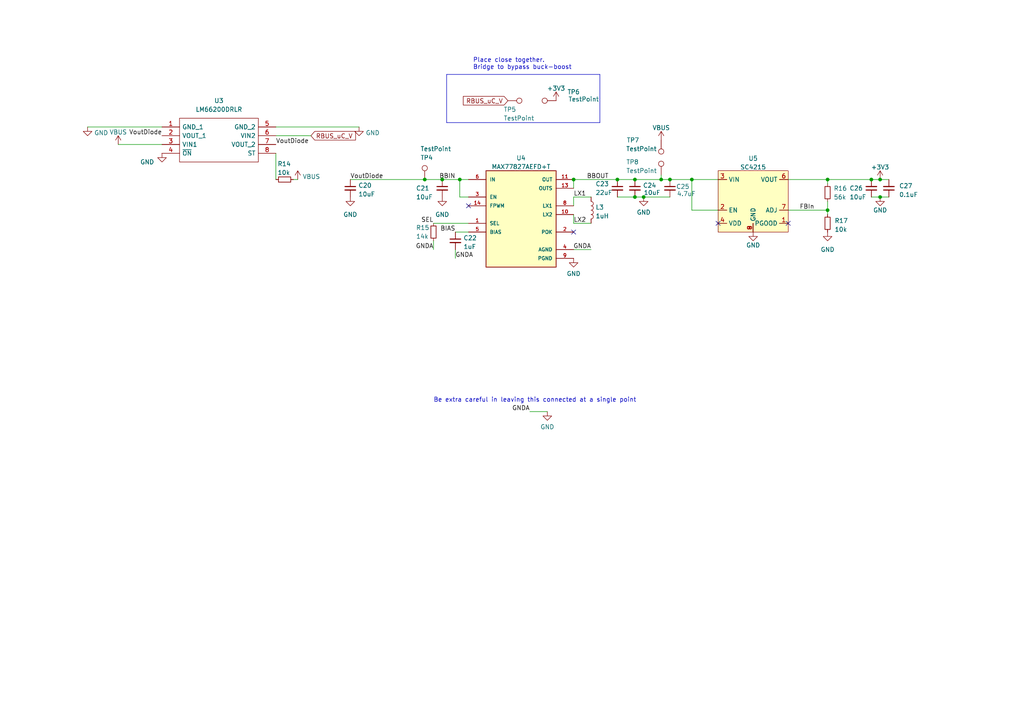
<source format=kicad_sch>
(kicad_sch (version 20230121) (generator eeschema)

  (uuid e9284afa-e324-4762-b662-a428eebcb5c2)

  (paper "A4")

  (lib_symbols
    (symbol "Connector:TestPoint" (pin_numbers hide) (pin_names (offset 0.762) hide) (in_bom yes) (on_board yes)
      (property "Reference" "TP" (at 0 6.858 0)
        (effects (font (size 1.27 1.27)))
      )
      (property "Value" "TestPoint" (at 0 5.08 0)
        (effects (font (size 1.27 1.27)))
      )
      (property "Footprint" "" (at 5.08 0 0)
        (effects (font (size 1.27 1.27)) hide)
      )
      (property "Datasheet" "~" (at 5.08 0 0)
        (effects (font (size 1.27 1.27)) hide)
      )
      (property "ki_keywords" "test point tp" (at 0 0 0)
        (effects (font (size 1.27 1.27)) hide)
      )
      (property "ki_description" "test point" (at 0 0 0)
        (effects (font (size 1.27 1.27)) hide)
      )
      (property "ki_fp_filters" "Pin* Test*" (at 0 0 0)
        (effects (font (size 1.27 1.27)) hide)
      )
      (symbol "TestPoint_0_1"
        (circle (center 0 3.302) (radius 0.762)
          (stroke (width 0) (type default))
          (fill (type none))
        )
      )
      (symbol "TestPoint_1_1"
        (pin passive line (at 0 0 90) (length 2.54)
          (name "1" (effects (font (size 1.27 1.27))))
          (number "1" (effects (font (size 1.27 1.27))))
        )
      )
    )
    (symbol "Device:C_Small" (pin_numbers hide) (pin_names (offset 0.254) hide) (in_bom yes) (on_board yes)
      (property "Reference" "C" (at 0.254 1.778 0)
        (effects (font (size 1.27 1.27)) (justify left))
      )
      (property "Value" "C_Small" (at 0.254 -2.032 0)
        (effects (font (size 1.27 1.27)) (justify left))
      )
      (property "Footprint" "" (at 0 0 0)
        (effects (font (size 1.27 1.27)) hide)
      )
      (property "Datasheet" "~" (at 0 0 0)
        (effects (font (size 1.27 1.27)) hide)
      )
      (property "ki_keywords" "capacitor cap" (at 0 0 0)
        (effects (font (size 1.27 1.27)) hide)
      )
      (property "ki_description" "Unpolarized capacitor, small symbol" (at 0 0 0)
        (effects (font (size 1.27 1.27)) hide)
      )
      (property "ki_fp_filters" "C_*" (at 0 0 0)
        (effects (font (size 1.27 1.27)) hide)
      )
      (symbol "C_Small_0_1"
        (polyline
          (pts
            (xy -1.524 -0.508)
            (xy 1.524 -0.508)
          )
          (stroke (width 0.3302) (type default))
          (fill (type none))
        )
        (polyline
          (pts
            (xy -1.524 0.508)
            (xy 1.524 0.508)
          )
          (stroke (width 0.3048) (type default))
          (fill (type none))
        )
      )
      (symbol "C_Small_1_1"
        (pin passive line (at 0 2.54 270) (length 2.032)
          (name "~" (effects (font (size 1.27 1.27))))
          (number "1" (effects (font (size 1.27 1.27))))
        )
        (pin passive line (at 0 -2.54 90) (length 2.032)
          (name "~" (effects (font (size 1.27 1.27))))
          (number "2" (effects (font (size 1.27 1.27))))
        )
      )
    )
    (symbol "Device:L" (pin_numbers hide) (pin_names (offset 1.016) hide) (in_bom yes) (on_board yes)
      (property "Reference" "L" (at -1.27 0 90)
        (effects (font (size 1.27 1.27)))
      )
      (property "Value" "L" (at 1.905 0 90)
        (effects (font (size 1.27 1.27)))
      )
      (property "Footprint" "" (at 0 0 0)
        (effects (font (size 1.27 1.27)) hide)
      )
      (property "Datasheet" "~" (at 0 0 0)
        (effects (font (size 1.27 1.27)) hide)
      )
      (property "ki_keywords" "inductor choke coil reactor magnetic" (at 0 0 0)
        (effects (font (size 1.27 1.27)) hide)
      )
      (property "ki_description" "Inductor" (at 0 0 0)
        (effects (font (size 1.27 1.27)) hide)
      )
      (property "ki_fp_filters" "Choke_* *Coil* Inductor_* L_*" (at 0 0 0)
        (effects (font (size 1.27 1.27)) hide)
      )
      (symbol "L_0_1"
        (arc (start 0 -2.54) (mid 0.6323 -1.905) (end 0 -1.27)
          (stroke (width 0) (type default))
          (fill (type none))
        )
        (arc (start 0 -1.27) (mid 0.6323 -0.635) (end 0 0)
          (stroke (width 0) (type default))
          (fill (type none))
        )
        (arc (start 0 0) (mid 0.6323 0.635) (end 0 1.27)
          (stroke (width 0) (type default))
          (fill (type none))
        )
        (arc (start 0 1.27) (mid 0.6323 1.905) (end 0 2.54)
          (stroke (width 0) (type default))
          (fill (type none))
        )
      )
      (symbol "L_1_1"
        (pin passive line (at 0 3.81 270) (length 1.27)
          (name "1" (effects (font (size 1.27 1.27))))
          (number "1" (effects (font (size 1.27 1.27))))
        )
        (pin passive line (at 0 -3.81 90) (length 1.27)
          (name "2" (effects (font (size 1.27 1.27))))
          (number "2" (effects (font (size 1.27 1.27))))
        )
      )
    )
    (symbol "Device:R_Small" (pin_numbers hide) (pin_names (offset 0.254) hide) (in_bom yes) (on_board yes)
      (property "Reference" "R" (at 0.762 0.508 0)
        (effects (font (size 1.27 1.27)) (justify left))
      )
      (property "Value" "R_Small" (at 0.762 -1.016 0)
        (effects (font (size 1.27 1.27)) (justify left))
      )
      (property "Footprint" "" (at 0 0 0)
        (effects (font (size 1.27 1.27)) hide)
      )
      (property "Datasheet" "~" (at 0 0 0)
        (effects (font (size 1.27 1.27)) hide)
      )
      (property "ki_keywords" "R resistor" (at 0 0 0)
        (effects (font (size 1.27 1.27)) hide)
      )
      (property "ki_description" "Resistor, small symbol" (at 0 0 0)
        (effects (font (size 1.27 1.27)) hide)
      )
      (property "ki_fp_filters" "R_*" (at 0 0 0)
        (effects (font (size 1.27 1.27)) hide)
      )
      (symbol "R_Small_0_1"
        (rectangle (start -0.762 1.778) (end 0.762 -1.778)
          (stroke (width 0.2032) (type default))
          (fill (type none))
        )
      )
      (symbol "R_Small_1_1"
        (pin passive line (at 0 2.54 270) (length 0.762)
          (name "~" (effects (font (size 1.27 1.27))))
          (number "1" (effects (font (size 1.27 1.27))))
        )
        (pin passive line (at 0 -2.54 90) (length 0.762)
          (name "~" (effects (font (size 1.27 1.27))))
          (number "2" (effects (font (size 1.27 1.27))))
        )
      )
    )
    (symbol "iclr:LM66200DRLR" (pin_names (offset 0.762)) (in_bom yes) (on_board yes)
      (property "Reference" "U" (at 29.21 7.62 0)
        (effects (font (size 1.27 1.27)) (justify left))
      )
      (property "Value" "LM66200DRLR" (at 29.21 5.08 0)
        (effects (font (size 1.27 1.27)) (justify left))
      )
      (property "Footprint" "SOTFL50P160X60-8N" (at 29.21 2.54 0)
        (effects (font (size 1.27 1.27)) (justify left) hide)
      )
      (property "Datasheet" "https://www.ti.com/lit/gpn/lm66200" (at 29.21 0 0)
        (effects (font (size 1.27 1.27)) (justify left) hide)
      )
      (property "Description" "1.6-V to 5.5-V, 40-m, 2.5-A, low-IQ, dual ideal diode" (at 29.21 -2.54 0)
        (effects (font (size 1.27 1.27)) (justify left) hide)
      )
      (property "Height" "0.6" (at 29.21 -5.08 0)
        (effects (font (size 1.27 1.27)) (justify left) hide)
      )
      (property "Manufacturer_Name" "Texas Instruments" (at 29.21 -7.62 0)
        (effects (font (size 1.27 1.27)) (justify left) hide)
      )
      (property "Manufacturer_Part_Number" "LM66200DRLR" (at 29.21 -10.16 0)
        (effects (font (size 1.27 1.27)) (justify left) hide)
      )
      (property "Mouser Part Number" "595-LM66200DRLR" (at 29.21 -12.7 0)
        (effects (font (size 1.27 1.27)) (justify left) hide)
      )
      (property "Mouser Price/Stock" "https://www.mouser.co.uk/ProductDetail/Texas-Instruments/LM66200DRLR?qs=Rp5uXu7WBW90hnpZAkIOdQ%3D%3D" (at 29.21 -15.24 0)
        (effects (font (size 1.27 1.27)) (justify left) hide)
      )
      (property "Arrow Part Number" "LM66200DRLR" (at 29.21 -17.78 0)
        (effects (font (size 1.27 1.27)) (justify left) hide)
      )
      (property "Arrow Price/Stock" "https://www.arrow.com/en/products/lm66200drlr/texas-instruments?region=nac" (at 29.21 -20.32 0)
        (effects (font (size 1.27 1.27)) (justify left) hide)
      )
      (property "Mouser Testing Part Number" "" (at 29.21 -22.86 0)
        (effects (font (size 1.27 1.27)) (justify left) hide)
      )
      (property "Mouser Testing Price/Stock" "" (at 29.21 -25.4 0)
        (effects (font (size 1.27 1.27)) (justify left) hide)
      )
      (property "ki_description" "1.6-V to 5.5-V, 40-m, 2.5-A, low-IQ, dual ideal diode" (at 0 0 0)
        (effects (font (size 1.27 1.27)) hide)
      )
      (symbol "LM66200DRLR_0_0"
        (pin passive line (at 0 0 0) (length 5.08)
          (name "GND_1" (effects (font (size 1.27 1.27))))
          (number "1" (effects (font (size 1.27 1.27))))
        )
        (pin passive line (at 0 -2.54 0) (length 5.08)
          (name "VOUT_1" (effects (font (size 1.27 1.27))))
          (number "2" (effects (font (size 1.27 1.27))))
        )
        (pin passive line (at 0 -5.08 0) (length 5.08)
          (name "VIN1" (effects (font (size 1.27 1.27))))
          (number "3" (effects (font (size 1.27 1.27))))
        )
        (pin passive line (at 0 -7.62 0) (length 5.08)
          (name "~{ON}" (effects (font (size 1.27 1.27))))
          (number "4" (effects (font (size 1.27 1.27))))
        )
        (pin passive line (at 33.02 0 180) (length 5.08)
          (name "GND_2" (effects (font (size 1.27 1.27))))
          (number "5" (effects (font (size 1.27 1.27))))
        )
        (pin passive line (at 33.02 -2.54 180) (length 5.08)
          (name "VIN2" (effects (font (size 1.27 1.27))))
          (number "6" (effects (font (size 1.27 1.27))))
        )
        (pin passive line (at 33.02 -5.08 180) (length 5.08)
          (name "VOUT_2" (effects (font (size 1.27 1.27))))
          (number "7" (effects (font (size 1.27 1.27))))
        )
        (pin passive line (at 33.02 -7.62 180) (length 5.08)
          (name "ST" (effects (font (size 1.27 1.27))))
          (number "8" (effects (font (size 1.27 1.27))))
        )
      )
      (symbol "LM66200DRLR_0_1"
        (polyline
          (pts
            (xy 5.08 2.54)
            (xy 27.94 2.54)
            (xy 27.94 -10.16)
            (xy 5.08 -10.16)
            (xy 5.08 2.54)
          )
          (stroke (width 0.1524) (type default))
          (fill (type none))
        )
      )
    )
    (symbol "iclr:MAX77827AEFD+T" (pin_names (offset 1.016)) (in_bom yes) (on_board yes)
      (property "Reference" "U?" (at -10.16 13.208 0)
        (effects (font (size 1.27 1.27)) (justify left bottom))
      )
      (property "Value" "MAX77827AEFD+T" (at -10.16 -17.78 0)
        (effects (font (size 1.27 1.27)) (justify left bottom))
      )
      (property "Footprint" "CONV_MAX77827AEFD+T" (at -6.35 19.05 0)
        (effects (font (size 1.27 1.27)) (justify left bottom) hide)
      )
      (property "Datasheet" "" (at 0 0 0)
        (effects (font (size 1.27 1.27)) (justify left bottom) hide)
      )
      (property "MANUFACTURER" "Maxim Integrated" (at -2.54 16.51 0)
        (effects (font (size 1.27 1.27)) (justify left bottom) hide)
      )
      (property "MAXIMUM_PACKAGE_HEIGHT" "0.6mm" (at 1.27 13.97 0)
        (effects (font (size 1.27 1.27)) (justify left bottom) hide)
      )
      (property "PARTREV" "B" (at 0 15.24 0)
        (effects (font (size 1.27 1.27)) (justify left bottom) hide)
      )
      (property "STANDARD" "Manufacturer Recommended" (at -6.35 19.05 0)
        (effects (font (size 1.27 1.27)) (justify left bottom) hide)
      )
      (property "ki_locked" "" (at 0 0 0)
        (effects (font (size 1.27 1.27)))
      )
      (symbol "MAX77827AEFD+T_0_0"
        (rectangle (start -10.16 -15.24) (end 10.16 12.7)
          (stroke (width 0.254) (type default))
          (fill (type background))
        )
        (pin passive line (at -15.24 -2.54 0) (length 5.08)
          (name "SEL" (effects (font (size 1.016 1.016))))
          (number "1" (effects (font (size 1.016 1.016))))
        )
        (pin passive line (at 15.24 0 180) (length 5.08)
          (name "LX2" (effects (font (size 1.016 1.016))))
          (number "10" (effects (font (size 1.016 1.016))))
        )
        (pin output line (at 15.24 10.16 180) (length 5.08)
          (name "OUT" (effects (font (size 1.016 1.016))))
          (number "11" (effects (font (size 1.016 1.016))))
        )
        (pin input line (at 15.24 7.62 180) (length 5.08)
          (name "OUTS" (effects (font (size 1.016 1.016))))
          (number "13" (effects (font (size 1.016 1.016))))
        )
        (pin input line (at -15.24 2.54 0) (length 5.08)
          (name "FPWM" (effects (font (size 1.016 1.016))))
          (number "14" (effects (font (size 1.016 1.016))))
        )
        (pin output line (at 15.24 -5.08 180) (length 5.08)
          (name "POK" (effects (font (size 1.016 1.016))))
          (number "2" (effects (font (size 1.016 1.016))))
        )
        (pin input line (at -15.24 5.08 0) (length 5.08)
          (name "EN" (effects (font (size 1.016 1.016))))
          (number "3" (effects (font (size 1.016 1.016))))
        )
        (pin power_in line (at 15.24 -10.16 180) (length 5.08)
          (name "AGND" (effects (font (size 1.016 1.016))))
          (number "4" (effects (font (size 1.016 1.016))))
        )
        (pin passive line (at -15.24 -5.08 0) (length 5.08)
          (name "BIAS" (effects (font (size 1.016 1.016))))
          (number "5" (effects (font (size 1.016 1.016))))
        )
        (pin input line (at -15.24 10.16 0) (length 5.08)
          (name "IN" (effects (font (size 1.016 1.016))))
          (number "6" (effects (font (size 1.016 1.016))))
        )
        (pin passive line (at 15.24 2.54 180) (length 5.08)
          (name "LX1" (effects (font (size 1.016 1.016))))
          (number "8" (effects (font (size 1.016 1.016))))
        )
        (pin power_in line (at 15.24 -12.7 180) (length 5.08)
          (name "PGND" (effects (font (size 1.016 1.016))))
          (number "9" (effects (font (size 1.016 1.016))))
        )
      )
    )
    (symbol "iclr:RT9025-25GSP" (in_bom yes) (on_board yes)
      (property "Reference" "U6" (at 0 4.8428 0)
        (effects (font (size 1.27 1.27)))
      )
      (property "Value" "RT9025-25GSP" (at 0 2.3059 0)
        (effects (font (size 1.27 1.27)))
      )
      (property "Footprint" "iclr:SOIC127P599X175-9N" (at 0 5.08 0)
        (effects (font (size 1.27 1.27)) hide)
      )
      (property "Datasheet" "" (at 0 5.08 0)
        (effects (font (size 1.27 1.27)) hide)
      )
      (symbol "RT9025-25GSP_1_1"
        (rectangle (start -10.16 1.27) (end 10.16 -16.51)
          (stroke (width 0) (type default))
          (fill (type background))
        )
        (pin output line (at 10.16 -13.97 180) (length 2.54)
          (name "PGOOD" (effects (font (size 1.27 1.27))))
          (number "1" (effects (font (size 1.27 1.27))))
        )
        (pin input line (at -10.16 -10.16 0) (length 2.54)
          (name "EN" (effects (font (size 1.27 1.27))))
          (number "2" (effects (font (size 1.27 1.27))))
        )
        (pin input line (at -10.16 -1.27 0) (length 2.54)
          (name "VIN" (effects (font (size 1.27 1.27))))
          (number "3" (effects (font (size 1.27 1.27))))
        )
        (pin input line (at -10.16 -13.97 0) (length 2.54)
          (name "VDD" (effects (font (size 1.27 1.27))))
          (number "4" (effects (font (size 1.27 1.27))))
        )
        (pin output line (at 10.16 -1.27 180) (length 2.54)
          (name "VOUT" (effects (font (size 1.27 1.27))))
          (number "6" (effects (font (size 1.27 1.27))))
        )
        (pin input line (at 10.16 -10.16 180) (length 2.54)
          (name "ADJ" (effects (font (size 1.27 1.27))))
          (number "7" (effects (font (size 1.27 1.27))))
        )
        (pin input line (at 0 -16.51 90) (length 2.54)
          (name "GND" (effects (font (size 1.27 1.27))))
          (number "8" (effects (font (size 1.27 1.27))))
        )
        (pin input line (at 0 -16.51 90) (length 2.54)
          (name "GND" (effects (font (size 1.27 1.27))))
          (number "9" (effects (font (size 1.27 1.27))))
        )
      )
    )
    (symbol "power:+3.3V" (power) (pin_names (offset 0)) (in_bom yes) (on_board yes)
      (property "Reference" "#PWR" (at 0 -3.81 0)
        (effects (font (size 1.27 1.27)) hide)
      )
      (property "Value" "+3.3V" (at 0 3.556 0)
        (effects (font (size 1.27 1.27)))
      )
      (property "Footprint" "" (at 0 0 0)
        (effects (font (size 1.27 1.27)) hide)
      )
      (property "Datasheet" "" (at 0 0 0)
        (effects (font (size 1.27 1.27)) hide)
      )
      (property "ki_keywords" "power-flag" (at 0 0 0)
        (effects (font (size 1.27 1.27)) hide)
      )
      (property "ki_description" "Power symbol creates a global label with name \"+3.3V\"" (at 0 0 0)
        (effects (font (size 1.27 1.27)) hide)
      )
      (symbol "+3.3V_0_1"
        (polyline
          (pts
            (xy -0.762 1.27)
            (xy 0 2.54)
          )
          (stroke (width 0) (type default))
          (fill (type none))
        )
        (polyline
          (pts
            (xy 0 0)
            (xy 0 2.54)
          )
          (stroke (width 0) (type default))
          (fill (type none))
        )
        (polyline
          (pts
            (xy 0 2.54)
            (xy 0.762 1.27)
          )
          (stroke (width 0) (type default))
          (fill (type none))
        )
      )
      (symbol "+3.3V_1_1"
        (pin power_in line (at 0 0 90) (length 0) hide
          (name "+3V3" (effects (font (size 1.27 1.27))))
          (number "1" (effects (font (size 1.27 1.27))))
        )
      )
    )
    (symbol "power:GND" (power) (pin_names (offset 0)) (in_bom yes) (on_board yes)
      (property "Reference" "#PWR" (at 0 -6.35 0)
        (effects (font (size 1.27 1.27)) hide)
      )
      (property "Value" "GND" (at 0 -3.81 0)
        (effects (font (size 1.27 1.27)))
      )
      (property "Footprint" "" (at 0 0 0)
        (effects (font (size 1.27 1.27)) hide)
      )
      (property "Datasheet" "" (at 0 0 0)
        (effects (font (size 1.27 1.27)) hide)
      )
      (property "ki_keywords" "power-flag" (at 0 0 0)
        (effects (font (size 1.27 1.27)) hide)
      )
      (property "ki_description" "Power symbol creates a global label with name \"GND\" , ground" (at 0 0 0)
        (effects (font (size 1.27 1.27)) hide)
      )
      (symbol "GND_0_1"
        (polyline
          (pts
            (xy 0 0)
            (xy 0 -1.27)
            (xy 1.27 -1.27)
            (xy 0 -2.54)
            (xy -1.27 -1.27)
            (xy 0 -1.27)
          )
          (stroke (width 0) (type default))
          (fill (type none))
        )
      )
      (symbol "GND_1_1"
        (pin power_in line (at 0 0 270) (length 0) hide
          (name "GND" (effects (font (size 1.27 1.27))))
          (number "1" (effects (font (size 1.27 1.27))))
        )
      )
    )
    (symbol "power:VBUS" (power) (pin_names (offset 0)) (in_bom yes) (on_board yes)
      (property "Reference" "#PWR" (at 0 -3.81 0)
        (effects (font (size 1.27 1.27)) hide)
      )
      (property "Value" "VBUS" (at 0 3.81 0)
        (effects (font (size 1.27 1.27)))
      )
      (property "Footprint" "" (at 0 0 0)
        (effects (font (size 1.27 1.27)) hide)
      )
      (property "Datasheet" "" (at 0 0 0)
        (effects (font (size 1.27 1.27)) hide)
      )
      (property "ki_keywords" "power-flag" (at 0 0 0)
        (effects (font (size 1.27 1.27)) hide)
      )
      (property "ki_description" "Power symbol creates a global label with name \"VBUS\"" (at 0 0 0)
        (effects (font (size 1.27 1.27)) hide)
      )
      (symbol "VBUS_0_1"
        (polyline
          (pts
            (xy -0.762 1.27)
            (xy 0 2.54)
          )
          (stroke (width 0) (type default))
          (fill (type none))
        )
        (polyline
          (pts
            (xy 0 0)
            (xy 0 2.54)
          )
          (stroke (width 0) (type default))
          (fill (type none))
        )
        (polyline
          (pts
            (xy 0 2.54)
            (xy 0.762 1.27)
          )
          (stroke (width 0) (type default))
          (fill (type none))
        )
      )
      (symbol "VBUS_1_1"
        (pin power_in line (at 0 0 90) (length 0) hide
          (name "VBUS" (effects (font (size 1.27 1.27))))
          (number "1" (effects (font (size 1.27 1.27))))
        )
      )
    )
  )

  (junction (at 184.15 52.07) (diameter 0) (color 0 0 0 0)
    (uuid 025e695d-8e2d-4de8-acab-7a162cc26168)
  )
  (junction (at 240.03 52.07) (diameter 0) (color 0 0 0 0)
    (uuid 059bcba6-280b-40eb-ab89-3dc5aee13437)
  )
  (junction (at 255.27 52.07) (diameter 0) (color 0 0 0 0)
    (uuid 06d56029-c268-415d-bc15-322ae67002fd)
  )
  (junction (at 191.77 52.07) (diameter 0) (color 0 0 0 0)
    (uuid 14e6f865-9c0a-49ea-b81b-07711ade0119)
  )
  (junction (at 186.69 57.15) (diameter 0) (color 0 0 0 0)
    (uuid 19e29c7d-2497-4378-be9c-d7dd5740c97b)
  )
  (junction (at 128.27 52.07) (diameter 0) (color 0 0 0 0)
    (uuid 43fb0a3d-a75c-4a89-929f-3bfabd56e48f)
  )
  (junction (at 252.73 52.07) (diameter 0) (color 0 0 0 0)
    (uuid 8179b66d-1f6d-4cd3-85ac-0088c17d8ab7)
  )
  (junction (at 194.31 52.07) (diameter 0) (color 0 0 0 0)
    (uuid 8ec9933a-dea5-4a2f-9b22-74f5bbc005c9)
  )
  (junction (at 255.27 57.15) (diameter 0) (color 0 0 0 0)
    (uuid 91d76694-39de-439c-9769-c81f38ae49dc)
  )
  (junction (at 166.37 52.07) (diameter 0) (color 0 0 0 0)
    (uuid 9e9dab12-0d16-47c5-9925-9d9e8d96d07f)
  )
  (junction (at 123.19 52.07) (diameter 0) (color 0 0 0 0)
    (uuid a3b44a8c-bdb8-452c-89dd-c0f91112399f)
  )
  (junction (at 240.03 60.96) (diameter 0) (color 0 0 0 0)
    (uuid b05e221d-8c57-4ef8-8975-519b7161da98)
  )
  (junction (at 133.35 52.07) (diameter 0) (color 0 0 0 0)
    (uuid c11ca3bc-a8bb-430a-9e10-289b52cce878)
  )
  (junction (at 179.07 52.07) (diameter 0) (color 0 0 0 0)
    (uuid e7ba0df4-f5bc-485a-89ed-b04588169d85)
  )
  (junction (at 184.15 57.15) (diameter 0) (color 0 0 0 0)
    (uuid f79e57c7-0e3c-4c62-8d9c-1df18cf27b2b)
  )
  (junction (at 200.66 52.07) (diameter 0) (color 0 0 0 0)
    (uuid fe4fbfec-e039-4d68-bf53-26cc9c4c45e6)
  )

  (no_connect (at 166.37 67.31) (uuid 53807c26-4c3b-4a33-9e89-8f68b4e2bcb2))
  (no_connect (at 135.89 59.69) (uuid 7d5ef869-90ac-4f40-91fc-2deb9689e3d1))
  (no_connect (at 228.6 64.77) (uuid c2d351a7-a4dd-4b9d-a118-bc2023d132d4))
  (no_connect (at 208.28 64.77) (uuid cf7be989-8e30-4bee-93dd-10ce2dbd1e55))

  (wire (pts (xy 80.01 52.07) (xy 80.01 44.45))
    (stroke (width 0) (type default))
    (uuid 069e75c7-38b4-4c61-9b2b-d26f0784bfa9)
  )
  (polyline (pts (xy 129.54 21.59) (xy 129.54 35.56))
    (stroke (width 0) (type default))
    (uuid 0c137dcf-8a66-441f-befa-c78fe501541b)
  )

  (wire (pts (xy 133.35 57.15) (xy 135.89 57.15))
    (stroke (width 0) (type default))
    (uuid 0ce0f0b7-ef43-4a90-95fe-6b7b2b7912e3)
  )
  (wire (pts (xy 104.14 36.83) (xy 80.01 36.83))
    (stroke (width 0) (type default))
    (uuid 0d07cbbe-592b-417c-af7f-93b278caf359)
  )
  (wire (pts (xy 166.37 52.07) (xy 179.07 52.07))
    (stroke (width 0) (type default))
    (uuid 122b2869-b8ec-4c49-ab98-3e0d5323bb2d)
  )
  (wire (pts (xy 179.07 52.07) (xy 184.15 52.07))
    (stroke (width 0) (type default))
    (uuid 18562939-7ae5-4144-9840-599fb6adc5e9)
  )
  (wire (pts (xy 240.03 52.07) (xy 240.03 53.34))
    (stroke (width 0) (type default))
    (uuid 1d4ca962-27f2-481a-84d5-0628d75d2352)
  )
  (wire (pts (xy 166.37 57.15) (xy 171.45 57.15))
    (stroke (width 0) (type default))
    (uuid 20fd74e8-e3dc-492f-8d46-fab70914d5e5)
  )
  (wire (pts (xy 200.66 52.07) (xy 200.66 60.96))
    (stroke (width 0) (type default))
    (uuid 29f89d5f-90d4-44ab-aeec-d14f8866e07f)
  )
  (wire (pts (xy 179.07 57.15) (xy 184.15 57.15))
    (stroke (width 0) (type default))
    (uuid 2c600a77-60ab-41dd-b34a-e4df0c47849e)
  )
  (wire (pts (xy 228.6 52.07) (xy 240.03 52.07))
    (stroke (width 0) (type default))
    (uuid 317d8efb-eacf-4dbb-965e-f732dc345d8c)
  )
  (wire (pts (xy 166.37 64.77) (xy 166.37 62.23))
    (stroke (width 0) (type default))
    (uuid 328aa6d3-da7a-4325-a9a1-e925b01efab3)
  )
  (wire (pts (xy 200.66 52.07) (xy 208.28 52.07))
    (stroke (width 0) (type default))
    (uuid 387e88d5-12f7-4406-9187-6916bec744b1)
  )
  (wire (pts (xy 125.73 64.77) (xy 135.89 64.77))
    (stroke (width 0) (type default))
    (uuid 48ea0a96-489c-4f5f-9567-57b93d7a7c28)
  )
  (wire (pts (xy 166.37 72.39) (xy 171.45 72.39))
    (stroke (width 0) (type default))
    (uuid 499a9f82-3aab-4f4d-b35f-ff7f0e691b21)
  )
  (wire (pts (xy 191.77 52.07) (xy 194.31 52.07))
    (stroke (width 0) (type default))
    (uuid 4eb4ab8d-2bf2-482e-a421-0cdbdb6244e4)
  )
  (wire (pts (xy 240.03 58.42) (xy 240.03 60.96))
    (stroke (width 0) (type default))
    (uuid 520088cf-b918-4091-83c9-40102fcba2d8)
  )
  (wire (pts (xy 166.37 59.69) (xy 166.37 57.15))
    (stroke (width 0) (type default))
    (uuid 54d0b93a-ed98-4e03-bfbf-76e3073701f9)
  )
  (wire (pts (xy 191.77 50.8) (xy 191.77 52.07))
    (stroke (width 0) (type default))
    (uuid 6249e04b-f43c-4872-973a-ad0605d93f47)
  )
  (wire (pts (xy 184.15 52.07) (xy 191.77 52.07))
    (stroke (width 0) (type default))
    (uuid 63eaf0a3-6d99-4d02-9521-aa50c3a316f2)
  )
  (wire (pts (xy 252.73 57.15) (xy 255.27 57.15))
    (stroke (width 0) (type default))
    (uuid 6e853dfc-ebac-4a7e-8d41-4767e570c51e)
  )
  (wire (pts (xy 133.35 52.07) (xy 133.35 57.15))
    (stroke (width 0) (type default))
    (uuid 71914f4a-ed80-4341-be43-e93b9bf12d2a)
  )
  (wire (pts (xy 200.66 60.96) (xy 208.28 60.96))
    (stroke (width 0) (type default))
    (uuid 773cb3ea-27be-4c5c-8fd1-215821eb9abe)
  )
  (wire (pts (xy 123.19 52.07) (xy 128.27 52.07))
    (stroke (width 0) (type default))
    (uuid 7842b8a8-fd2e-411a-bf1b-26c94d337b44)
  )
  (wire (pts (xy 186.69 57.15) (xy 194.31 57.15))
    (stroke (width 0) (type default))
    (uuid 78687c83-9941-45a6-9218-eaf262d35659)
  )
  (wire (pts (xy 194.31 52.07) (xy 200.66 52.07))
    (stroke (width 0) (type default))
    (uuid 7a7b01aa-2aad-4a77-b6c7-cac925513d0b)
  )
  (wire (pts (xy 125.73 72.39) (xy 125.73 69.85))
    (stroke (width 0) (type default))
    (uuid 7d3200f3-1d13-4f29-9238-5767988c515f)
  )
  (wire (pts (xy 228.6 60.96) (xy 240.03 60.96))
    (stroke (width 0) (type default))
    (uuid 8079d4db-5c65-4476-9e79-3fd6aa692d53)
  )
  (wire (pts (xy 171.45 64.77) (xy 166.37 64.77))
    (stroke (width 0) (type default))
    (uuid 86748bba-867f-45cb-9f85-1a5c751a7da5)
  )
  (wire (pts (xy 255.27 57.15) (xy 257.81 57.15))
    (stroke (width 0) (type default))
    (uuid 86bc36d8-21b7-4562-997f-bc02acac9692)
  )
  (wire (pts (xy 25.4 36.83) (xy 46.99 36.83))
    (stroke (width 0) (type default))
    (uuid 8ebf6fcc-4ea7-4e54-85c1-8337fb6c858c)
  )
  (wire (pts (xy 34.29 41.91) (xy 46.99 41.91))
    (stroke (width 0) (type default))
    (uuid 964d1527-78d9-4cd8-8981-b6177799faa6)
  )
  (wire (pts (xy 101.6 52.07) (xy 123.19 52.07))
    (stroke (width 0) (type default))
    (uuid 9829648d-2745-423f-9717-bb2c77f4bc12)
  )
  (wire (pts (xy 186.69 57.15) (xy 184.15 57.15))
    (stroke (width 0) (type default))
    (uuid 9bb1b466-6f6b-404a-ae7b-8a8177578908)
  )
  (polyline (pts (xy 173.99 35.56) (xy 129.54 35.56))
    (stroke (width 0) (type default))
    (uuid 9cdb0461-bc94-4501-affd-22d54b141994)
  )
  (polyline (pts (xy 173.99 21.59) (xy 173.99 35.56))
    (stroke (width 0) (type default))
    (uuid 9f46b781-ea4a-4e83-9037-a4f56c170db1)
  )

  (wire (pts (xy 153.67 119.38) (xy 158.75 119.38))
    (stroke (width 0) (type default))
    (uuid a88f867b-5b76-4679-864a-ca83d6af997b)
  )
  (wire (pts (xy 128.27 52.07) (xy 133.35 52.07))
    (stroke (width 0) (type default))
    (uuid acdfba8e-0438-4355-babd-7f18f0a9d336)
  )
  (wire (pts (xy 86.36 52.07) (xy 85.09 52.07))
    (stroke (width 0) (type default))
    (uuid ae05633a-c1f7-4b5a-b3af-512a8729943c)
  )
  (polyline (pts (xy 129.54 21.59) (xy 173.99 21.59))
    (stroke (width 0) (type default))
    (uuid b41836e0-06b3-4a3f-b6c4-27114c233ee8)
  )

  (wire (pts (xy 166.37 54.61) (xy 166.37 52.07))
    (stroke (width 0) (type default))
    (uuid bba4a38e-2acc-4416-9232-092f7d6a876e)
  )
  (wire (pts (xy 132.08 67.31) (xy 135.89 67.31))
    (stroke (width 0) (type default))
    (uuid c03c2ae5-721b-4064-80c3-93d26df1d30a)
  )
  (wire (pts (xy 255.27 52.07) (xy 252.73 52.07))
    (stroke (width 0) (type default))
    (uuid c8299a21-d52e-46a3-bf35-a90f56707cfe)
  )
  (wire (pts (xy 133.35 52.07) (xy 135.89 52.07))
    (stroke (width 0) (type default))
    (uuid c9a3154e-f650-4dd4-8f78-0540978414f7)
  )
  (wire (pts (xy 255.27 52.07) (xy 257.81 52.07))
    (stroke (width 0) (type default))
    (uuid d01434dc-72a8-4594-a021-8cf426d84af8)
  )
  (wire (pts (xy 90.17 39.37) (xy 80.01 39.37))
    (stroke (width 0) (type default))
    (uuid d21bb4f3-d8fa-457f-87e5-0c9117c8c3c6)
  )
  (wire (pts (xy 240.03 60.96) (xy 240.03 62.23))
    (stroke (width 0) (type default))
    (uuid d4298c3c-c451-45e7-b752-30c5ba6276b3)
  )
  (wire (pts (xy 240.03 52.07) (xy 252.73 52.07))
    (stroke (width 0) (type default))
    (uuid e9cf90f2-f40a-4e43-9dad-8eb07c30d184)
  )
  (wire (pts (xy 132.08 74.93) (xy 132.08 72.39))
    (stroke (width 0) (type default))
    (uuid f5a83c90-a4ca-4c24-befa-5d98f0f52797)
  )

  (text "Place close together.\nBridge to bypass buck-boost\n"
    (at 137.16 20.32 0)
    (effects (font (size 1.27 1.27)) (justify left bottom))
    (uuid 3a7937d4-d5a9-42a6-95f5-07bc88fba704)
  )
  (text "Be extra careful in leaving this connected at a single point\n"
    (at 125.73 116.84 0)
    (effects (font (size 1.27 1.27)) (justify left bottom))
    (uuid ddceb510-327a-43ec-a3b4-861d6a13866d)
  )

  (label "VoutDiode" (at 80.01 41.91 0) (fields_autoplaced)
    (effects (font (size 1.27 1.27)) (justify left bottom))
    (uuid 0ec526c7-6ea5-4f80-b884-0d8169b753b1)
  )
  (label "GNDA" (at 132.08 74.93 0) (fields_autoplaced)
    (effects (font (size 1.27 1.27)) (justify left bottom))
    (uuid 33e483e1-28ce-477f-8e1a-90f7633c989b)
  )
  (label "VoutDiode" (at 46.99 39.37 180) (fields_autoplaced)
    (effects (font (size 1.27 1.27)) (justify right bottom))
    (uuid 496c2a81-d5aa-4c30-b8c7-3198f4d6f74a)
  )
  (label "FBIn" (at 236.22 60.96 180) (fields_autoplaced)
    (effects (font (size 1.27 1.27)) (justify right bottom))
    (uuid 5fbcac91-7bf8-4d32-af8a-02e5f7688a48)
  )
  (label "BIAS" (at 132.08 67.31 180) (fields_autoplaced)
    (effects (font (size 1.27 1.27)) (justify right bottom))
    (uuid 60e37982-1fa9-47a9-b417-587a3fe7ceb9)
  )
  (label "LX2" (at 166.37 64.77 0) (fields_autoplaced)
    (effects (font (size 1.27 1.27)) (justify left bottom))
    (uuid 7b61fba6-6c58-4e67-b708-44bfeafe212e)
  )
  (label "GNDA" (at 153.67 119.38 180) (fields_autoplaced)
    (effects (font (size 1.27 1.27)) (justify right bottom))
    (uuid 7da82053-ba3b-46bf-b2cc-08b410b5dbbd)
  )
  (label "GNDA" (at 125.73 72.39 180) (fields_autoplaced)
    (effects (font (size 1.27 1.27)) (justify right bottom))
    (uuid 7e783541-0e95-4709-9e7d-1ab38887bfc3)
  )
  (label "SEL" (at 125.73 64.77 180) (fields_autoplaced)
    (effects (font (size 1.27 1.27)) (justify right bottom))
    (uuid 8a02467e-d38c-4404-a183-5535d785675e)
  )
  (label "VoutDiode" (at 101.6 52.07 0) (fields_autoplaced)
    (effects (font (size 1.27 1.27)) (justify left bottom))
    (uuid 9d432cc0-84e4-4801-b74a-6d1d1c8e0f6e)
  )
  (label "GNDA" (at 171.45 72.39 180) (fields_autoplaced)
    (effects (font (size 1.27 1.27)) (justify right bottom))
    (uuid a787de0b-7ccc-4147-b23c-b19cab72577e)
  )
  (label "BBOUT" (at 170.18 52.07 0) (fields_autoplaced)
    (effects (font (size 1.27 1.27)) (justify left bottom))
    (uuid b4020e3b-82a8-4f84-b714-bf5860c1d263)
  )
  (label "LX1" (at 166.37 57.15 0) (fields_autoplaced)
    (effects (font (size 1.27 1.27)) (justify left bottom))
    (uuid e1fd3ae5-96a2-49d4-8023-84843f0218d9)
  )
  (label "BBIN" (at 132.08 52.07 180) (fields_autoplaced)
    (effects (font (size 1.27 1.27)) (justify right bottom))
    (uuid f6552616-3e16-4f1d-8d96-a50fa9e83030)
  )

  (global_label "RBUS_uC_V" (shape input) (at 147.32 29.21 180) (fields_autoplaced)
    (effects (font (size 1.27 1.27)) (justify right))
    (uuid 8d8323d3-7cbe-4936-9929-96c8416b91d5)
    (property "Intersheetrefs" "${INTERSHEET_REFS}" (at 134.4729 29.1306 0)
      (effects (font (size 1.27 1.27)) (justify right) hide)
    )
  )
  (global_label "RBUS_uC_V" (shape input) (at 90.17 39.37 0) (fields_autoplaced)
    (effects (font (size 1.27 1.27)) (justify left))
    (uuid fa70bd12-03a5-4c86-a4a3-bff8b0094b6c)
    (property "Intersheetrefs" "${INTERSHEET_REFS}" (at 103.0171 39.4494 0)
      (effects (font (size 1.27 1.27)) (justify left) hide)
    )
  )

  (symbol (lib_id "power:+3.3V") (at 161.29 29.21 0) (unit 1)
    (in_bom yes) (on_board yes) (dnp no) (fields_autoplaced)
    (uuid 01fcc328-e73e-43dc-b2ab-acd21c5b0bd6)
    (property "Reference" "#PWR043" (at 161.29 33.02 0)
      (effects (font (size 1.27 1.27)) hide)
    )
    (property "Value" "+3.3V" (at 161.29 25.6342 0)
      (effects (font (size 1.27 1.27)))
    )
    (property "Footprint" "" (at 161.29 29.21 0)
      (effects (font (size 1.27 1.27)) hide)
    )
    (property "Datasheet" "" (at 161.29 29.21 0)
      (effects (font (size 1.27 1.27)) hide)
    )
    (pin "1" (uuid 7cdf4ed6-00ba-46ce-a304-48e5fb33a313))
    (instances
      (project "Ricardo-BlackBoxNEW"
        (path "/7db990e4-92e1-4f99-b4d2-435bbec1ba83/48a413b4-b7c2-44ac-971c-583c31b73475"
          (reference "#PWR043") (unit 1)
        )
      )
    )
  )

  (symbol (lib_id "iclr:LM66200DRLR") (at 46.99 36.83 0) (unit 1)
    (in_bom yes) (on_board yes) (dnp no) (fields_autoplaced)
    (uuid 067fcbdc-a037-45c7-a11e-fa748d280ce6)
    (property "Reference" "U3" (at 63.5 29.21 0)
      (effects (font (size 1.27 1.27)))
    )
    (property "Value" "LM66200DRLR" (at 63.5 31.75 0)
      (effects (font (size 1.27 1.27)))
    )
    (property "Footprint" "iclr:SOTFL50P160X60-8N" (at 76.2 34.29 0)
      (effects (font (size 1.27 1.27)) (justify left) hide)
    )
    (property "Datasheet" "https://www.ti.com/lit/gpn/lm66200" (at 76.2 36.83 0)
      (effects (font (size 1.27 1.27)) (justify left) hide)
    )
    (property "Description" "1.6-V to 5.5-V, 40-m, 2.5-A, low-IQ, dual ideal diode" (at 76.2 39.37 0)
      (effects (font (size 1.27 1.27)) (justify left) hide)
    )
    (property "Height" "0.6" (at 76.2 41.91 0)
      (effects (font (size 1.27 1.27)) (justify left) hide)
    )
    (property "Manufacturer_Name" "Texas Instruments" (at 76.2 44.45 0)
      (effects (font (size 1.27 1.27)) (justify left) hide)
    )
    (property "Manufacturer_Part_Number" "LM66200DRLR" (at 76.2 46.99 0)
      (effects (font (size 1.27 1.27)) (justify left) hide)
    )
    (property "Mouser Part Number" "595-LM66200DRLR" (at 76.2 49.53 0)
      (effects (font (size 1.27 1.27)) (justify left) hide)
    )
    (property "Mouser Price/Stock" "https://www.mouser.co.uk/ProductDetail/Texas-Instruments/LM66200DRLR?qs=Rp5uXu7WBW90hnpZAkIOdQ%3D%3D" (at 76.2 52.07 0)
      (effects (font (size 1.27 1.27)) (justify left) hide)
    )
    (property "Arrow Part Number" "LM66200DRLR" (at 76.2 54.61 0)
      (effects (font (size 1.27 1.27)) (justify left) hide)
    )
    (property "Arrow Price/Stock" "https://www.arrow.com/en/products/lm66200drlr/texas-instruments?region=nac" (at 76.2 57.15 0)
      (effects (font (size 1.27 1.27)) (justify left) hide)
    )
    (property "Mouser Testing Part Number" "" (at 76.2 59.69 0)
      (effects (font (size 1.27 1.27)) (justify left) hide)
    )
    (property "Mouser Testing Price/Stock" "" (at 76.2 62.23 0)
      (effects (font (size 1.27 1.27)) (justify left) hide)
    )
    (pin "1" (uuid de04ed22-8bf6-4aa8-b9aa-bac93e62329f))
    (pin "2" (uuid c10836e3-7f96-402e-a4fc-765ae419f0e1))
    (pin "3" (uuid eb0aba89-2a8c-48c7-bfb3-d9665cf0f875))
    (pin "4" (uuid 4eaa0c19-20d0-4a63-809b-b4ca2a01a3d7))
    (pin "5" (uuid 8d12963f-ba87-4425-9f8f-437662278e72))
    (pin "6" (uuid 2f011149-03f4-40e4-9b35-ac19d5c6054f))
    (pin "7" (uuid 2826ff95-9ad9-4206-9c8a-66019c48ab44))
    (pin "8" (uuid 5fc0c83c-d5ba-486c-becb-4dfeff9996e6))
    (instances
      (project "Ricardo-BlackBoxNEW"
        (path "/7db990e4-92e1-4f99-b4d2-435bbec1ba83/48a413b4-b7c2-44ac-971c-583c31b73475"
          (reference "U3") (unit 1)
        )
      )
    )
  )

  (symbol (lib_id "Connector:TestPoint") (at 191.77 50.8 0) (unit 1)
    (in_bom yes) (on_board yes) (dnp no)
    (uuid 0870865b-0b96-41ff-bd58-be45e025f47e)
    (property "Reference" "TP8" (at 181.61 46.99 0)
      (effects (font (size 1.27 1.27)) (justify left))
    )
    (property "Value" "TestPoint" (at 181.61 49.5269 0)
      (effects (font (size 1.27 1.27)) (justify left))
    )
    (property "Footprint" "TestPoint:TestPoint_Pad_D1.5mm" (at 196.85 50.8 0)
      (effects (font (size 1.27 1.27)) hide)
    )
    (property "Datasheet" "~" (at 196.85 50.8 0)
      (effects (font (size 1.27 1.27)) hide)
    )
    (pin "1" (uuid 24e58f77-95c6-40c0-9248-343ffdaa6bdc))
    (instances
      (project "Ricardo-BlackBoxNEW"
        (path "/7db990e4-92e1-4f99-b4d2-435bbec1ba83/48a413b4-b7c2-44ac-971c-583c31b73475"
          (reference "TP8") (unit 1)
        )
      )
    )
  )

  (symbol (lib_id "Device:R_Small") (at 125.73 67.31 0) (unit 1)
    (in_bom yes) (on_board yes) (dnp no)
    (uuid 0a4b1e49-b2d0-4006-98bb-6b145ad5a71e)
    (property "Reference" "R15" (at 120.65 66.04 0)
      (effects (font (size 1.27 1.27)) (justify left))
    )
    (property "Value" "14k" (at 120.65 68.5769 0)
      (effects (font (size 1.27 1.27)) (justify left))
    )
    (property "Footprint" "Resistor_SMD:R_0402_1005Metric" (at 125.73 67.31 0)
      (effects (font (size 1.27 1.27)) hide)
    )
    (property "Datasheet" "~" (at 125.73 67.31 0)
      (effects (font (size 1.27 1.27)) hide)
    )
    (pin "1" (uuid 90a13044-e550-43a5-a130-a0233e0304d3))
    (pin "2" (uuid c26a6974-7142-4fc6-b347-8dd9733c47dd))
    (instances
      (project "Ricardo-BlackBoxNEW"
        (path "/7db990e4-92e1-4f99-b4d2-435bbec1ba83/48a413b4-b7c2-44ac-971c-583c31b73475"
          (reference "R15") (unit 1)
        )
      )
    )
  )

  (symbol (lib_id "Device:C_Small") (at 257.81 54.61 180) (unit 1)
    (in_bom yes) (on_board yes) (dnp no)
    (uuid 1056b828-2aea-4271-b8c6-627303237fb2)
    (property "Reference" "C27" (at 260.7683 53.9154 0)
      (effects (font (size 1.27 1.27)) (justify right))
    )
    (property "Value" "0.1uF" (at 260.7683 56.4554 0)
      (effects (font (size 1.27 1.27)) (justify right))
    )
    (property "Footprint" "Capacitor_SMD:C_0402_1005Metric" (at 257.81 54.61 0)
      (effects (font (size 1.27 1.27)) hide)
    )
    (property "Datasheet" "~" (at 257.81 54.61 0)
      (effects (font (size 1.27 1.27)) hide)
    )
    (pin "1" (uuid 811d120f-b1b3-407d-8f9c-95cc52f092e1))
    (pin "2" (uuid 10a5749b-ea11-4c40-b878-5e16f219e60a))
    (instances
      (project "Ricardo-BlackBoxNEW"
        (path "/7db990e4-92e1-4f99-b4d2-435bbec1ba83/48a413b4-b7c2-44ac-971c-583c31b73475"
          (reference "C27") (unit 1)
        )
      )
    )
  )

  (symbol (lib_id "Connector:TestPoint") (at 147.32 29.21 270) (unit 1)
    (in_bom yes) (on_board yes) (dnp no)
    (uuid 191a622e-bbb5-4124-b7c1-abd7ab78da85)
    (property "Reference" "TP5" (at 146.05 31.75 90)
      (effects (font (size 1.27 1.27)) (justify left))
    )
    (property "Value" "TestPoint" (at 146.05 34.2869 90)
      (effects (font (size 1.27 1.27)) (justify left))
    )
    (property "Footprint" "TestPoint:TestPoint_Pad_D1.5mm" (at 147.32 34.29 0)
      (effects (font (size 1.27 1.27)) hide)
    )
    (property "Datasheet" "~" (at 147.32 34.29 0)
      (effects (font (size 1.27 1.27)) hide)
    )
    (pin "1" (uuid cdf1a1d2-2fec-47e6-a058-f1ef4c1967da))
    (instances
      (project "Ricardo-BlackBoxNEW"
        (path "/7db990e4-92e1-4f99-b4d2-435bbec1ba83/48a413b4-b7c2-44ac-971c-583c31b73475"
          (reference "TP5") (unit 1)
        )
      )
    )
  )

  (symbol (lib_id "power:VBUS") (at 191.77 40.64 0) (unit 1)
    (in_bom yes) (on_board yes) (dnp no) (fields_autoplaced)
    (uuid 1aed480d-632a-46cd-8a88-18039e9b8e94)
    (property "Reference" "#PWR046" (at 191.77 44.45 0)
      (effects (font (size 1.27 1.27)) hide)
    )
    (property "Value" "VBUS" (at 191.77 37.0642 0)
      (effects (font (size 1.27 1.27)))
    )
    (property "Footprint" "" (at 191.77 40.64 0)
      (effects (font (size 1.27 1.27)) hide)
    )
    (property "Datasheet" "" (at 191.77 40.64 0)
      (effects (font (size 1.27 1.27)) hide)
    )
    (pin "1" (uuid f3894a1c-3b8c-4d72-9b64-643987d8b954))
    (instances
      (project "Ricardo-BlackBoxNEW"
        (path "/7db990e4-92e1-4f99-b4d2-435bbec1ba83/48a413b4-b7c2-44ac-971c-583c31b73475"
          (reference "#PWR046") (unit 1)
        )
      )
    )
  )

  (symbol (lib_id "Device:C_Small") (at 184.15 54.61 0) (unit 1)
    (in_bom yes) (on_board yes) (dnp no)
    (uuid 1ba472dc-82f1-494b-93be-f4a7d3a53013)
    (property "Reference" "C24" (at 186.4741 53.7816 0)
      (effects (font (size 1.27 1.27)) (justify left))
    )
    (property "Value" "10uF" (at 186.69 55.88 0)
      (effects (font (size 1.27 1.27)) (justify left))
    )
    (property "Footprint" "Capacitor_SMD:C_0402_1005Metric" (at 184.15 54.61 0)
      (effects (font (size 1.27 1.27)) hide)
    )
    (property "Datasheet" "~" (at 184.15 54.61 0)
      (effects (font (size 1.27 1.27)) hide)
    )
    (pin "1" (uuid d3387587-e560-432a-83a0-554a1c44342f))
    (pin "2" (uuid 34008909-d15a-432e-8a83-89239de5595a))
    (instances
      (project "Ricardo-BlackBoxNEW"
        (path "/7db990e4-92e1-4f99-b4d2-435bbec1ba83/48a413b4-b7c2-44ac-971c-583c31b73475"
          (reference "C24") (unit 1)
        )
      )
    )
  )

  (symbol (lib_id "power:VBUS") (at 34.29 41.91 0) (unit 1)
    (in_bom yes) (on_board yes) (dnp no) (fields_autoplaced)
    (uuid 1c623854-08d3-4713-928c-d4f4420abb63)
    (property "Reference" "#PWR036" (at 34.29 45.72 0)
      (effects (font (size 1.27 1.27)) hide)
    )
    (property "Value" "VBUS" (at 34.29 38.3342 0)
      (effects (font (size 1.27 1.27)))
    )
    (property "Footprint" "" (at 34.29 41.91 0)
      (effects (font (size 1.27 1.27)) hide)
    )
    (property "Datasheet" "" (at 34.29 41.91 0)
      (effects (font (size 1.27 1.27)) hide)
    )
    (pin "1" (uuid aba9c3ce-2457-4e71-bdc1-1b9cc7957fd2))
    (instances
      (project "Ricardo-BlackBoxNEW"
        (path "/7db990e4-92e1-4f99-b4d2-435bbec1ba83/48a413b4-b7c2-44ac-971c-583c31b73475"
          (reference "#PWR036") (unit 1)
        )
      )
    )
  )

  (symbol (lib_id "Device:L") (at 171.45 60.96 0) (unit 1)
    (in_bom yes) (on_board yes) (dnp no) (fields_autoplaced)
    (uuid 1daaa7b8-83e3-44be-97b2-19fce821ff43)
    (property "Reference" "L3" (at 172.72 60.1253 0)
      (effects (font (size 1.27 1.27)) (justify left))
    )
    (property "Value" "1uH" (at 172.72 62.6622 0)
      (effects (font (size 1.27 1.27)) (justify left))
    )
    (property "Footprint" "Inductor_SMD:L_0805_2012Metric" (at 171.45 60.96 0)
      (effects (font (size 1.27 1.27)) hide)
    )
    (property "Datasheet" "~" (at 171.45 60.96 0)
      (effects (font (size 1.27 1.27)) hide)
    )
    (pin "1" (uuid d52f89a6-a217-474e-ab6b-2e4fd72edce3))
    (pin "2" (uuid 897d816f-bfb5-4bc8-9c51-b63c0a1f6524))
    (instances
      (project "Ricardo-BlackBoxNEW"
        (path "/7db990e4-92e1-4f99-b4d2-435bbec1ba83/48a413b4-b7c2-44ac-971c-583c31b73475"
          (reference "L3") (unit 1)
        )
      )
    )
  )

  (symbol (lib_id "Device:R_Small") (at 82.55 52.07 270) (unit 1)
    (in_bom yes) (on_board yes) (dnp no)
    (uuid 233da54d-2ad1-4236-97fa-24a238a57afa)
    (property "Reference" "R14" (at 80.4811 47.5279 90)
      (effects (font (size 1.27 1.27)) (justify left))
    )
    (property "Value" "10k" (at 80.4811 50.0679 90)
      (effects (font (size 1.27 1.27)) (justify left))
    )
    (property "Footprint" "Resistor_SMD:R_0402_1005Metric" (at 82.55 52.07 0)
      (effects (font (size 1.27 1.27)) hide)
    )
    (property "Datasheet" "~" (at 82.55 52.07 0)
      (effects (font (size 1.27 1.27)) hide)
    )
    (pin "1" (uuid 2e98db93-b588-48ac-af37-f22f1eeff613))
    (pin "2" (uuid 800a0b3c-3cb7-4d2d-9dd9-d6fb0311840e))
    (instances
      (project "Ricardo-BlackBoxNEW"
        (path "/7db990e4-92e1-4f99-b4d2-435bbec1ba83/48a413b4-b7c2-44ac-971c-583c31b73475"
          (reference "R14") (unit 1)
        )
      )
    )
  )

  (symbol (lib_id "Connector:TestPoint") (at 123.19 52.07 0) (unit 1)
    (in_bom yes) (on_board yes) (dnp no)
    (uuid 268b5def-07ff-4842-bca3-d3886d833ee9)
    (property "Reference" "TP4" (at 121.92 45.72 0)
      (effects (font (size 1.27 1.27)) (justify left))
    )
    (property "Value" "TestPoint" (at 121.92 43.1831 0)
      (effects (font (size 1.27 1.27)) (justify left))
    )
    (property "Footprint" "TestPoint:TestPoint_Pad_D1.5mm" (at 128.27 52.07 0)
      (effects (font (size 1.27 1.27)) hide)
    )
    (property "Datasheet" "~" (at 128.27 52.07 0)
      (effects (font (size 1.27 1.27)) hide)
    )
    (pin "1" (uuid 95b4cc13-de75-4a01-8f4e-159ea6000653))
    (instances
      (project "Ricardo-BlackBoxNEW"
        (path "/7db990e4-92e1-4f99-b4d2-435bbec1ba83/48a413b4-b7c2-44ac-971c-583c31b73475"
          (reference "TP4") (unit 1)
        )
      )
    )
  )

  (symbol (lib_id "Device:R_Small") (at 240.03 64.77 0) (unit 1)
    (in_bom yes) (on_board yes) (dnp no)
    (uuid 28e1f9c2-2a3d-4c7c-bc73-f83b8d1538c8)
    (property "Reference" "R17" (at 242.044 64.0197 0)
      (effects (font (size 1.27 1.27)) (justify left))
    )
    (property "Value" "10k" (at 242.044 66.5597 0)
      (effects (font (size 1.27 1.27)) (justify left))
    )
    (property "Footprint" "Resistor_SMD:R_0402_1005Metric" (at 240.03 64.77 0)
      (effects (font (size 1.27 1.27)) hide)
    )
    (property "Datasheet" "~" (at 240.03 64.77 0)
      (effects (font (size 1.27 1.27)) hide)
    )
    (pin "1" (uuid ebab3158-d028-4d5a-af97-c3406c96f4c3))
    (pin "2" (uuid 9a09eb65-e43b-4bb2-b499-7ae51152133f))
    (instances
      (project "Ricardo-BlackBoxNEW"
        (path "/7db990e4-92e1-4f99-b4d2-435bbec1ba83/48a413b4-b7c2-44ac-971c-583c31b73475"
          (reference "R17") (unit 1)
        )
      )
    )
  )

  (symbol (lib_id "power:GND") (at 186.69 57.15 0) (unit 1)
    (in_bom yes) (on_board yes) (dnp no) (fields_autoplaced)
    (uuid 4cfe7de4-d9cf-4262-a8c0-423ce6aa3c30)
    (property "Reference" "#PWR045" (at 186.69 63.5 0)
      (effects (font (size 1.27 1.27)) hide)
    )
    (property "Value" "GND" (at 186.69 61.5934 0)
      (effects (font (size 1.27 1.27)))
    )
    (property "Footprint" "" (at 186.69 57.15 0)
      (effects (font (size 1.27 1.27)) hide)
    )
    (property "Datasheet" "" (at 186.69 57.15 0)
      (effects (font (size 1.27 1.27)) hide)
    )
    (pin "1" (uuid 353c51ff-aa40-40de-a07a-ab2fe892f9a4))
    (instances
      (project "Ricardo-BlackBoxNEW"
        (path "/7db990e4-92e1-4f99-b4d2-435bbec1ba83/48a413b4-b7c2-44ac-971c-583c31b73475"
          (reference "#PWR045") (unit 1)
        )
      )
    )
  )

  (symbol (lib_id "Device:C_Small") (at 128.27 54.61 0) (unit 1)
    (in_bom yes) (on_board yes) (dnp no)
    (uuid 567bb23c-f67b-4294-974e-5782f02ee6b1)
    (property "Reference" "C21" (at 120.65 54.61 0)
      (effects (font (size 1.27 1.27)) (justify left))
    )
    (property "Value" "10uF" (at 120.65 57.1469 0)
      (effects (font (size 1.27 1.27)) (justify left))
    )
    (property "Footprint" "Capacitor_SMD:C_0603_1608Metric" (at 128.27 54.61 0)
      (effects (font (size 1.27 1.27)) hide)
    )
    (property "Datasheet" "~" (at 128.27 54.61 0)
      (effects (font (size 1.27 1.27)) hide)
    )
    (pin "1" (uuid 02307af5-118f-4115-bf70-d37b47c6c8ec))
    (pin "2" (uuid 5e7983e5-619c-4f45-a182-885b2abb3f89))
    (instances
      (project "Ricardo-BlackBoxNEW"
        (path "/7db990e4-92e1-4f99-b4d2-435bbec1ba83/48a413b4-b7c2-44ac-971c-583c31b73475"
          (reference "C21") (unit 1)
        )
      )
    )
  )

  (symbol (lib_id "power:GND") (at 101.6 57.15 0) (unit 1)
    (in_bom yes) (on_board yes) (dnp no) (fields_autoplaced)
    (uuid 5cc37a1d-271b-4ac9-be2a-c7b7299ba177)
    (property "Reference" "#PWR039" (at 101.6 63.5 0)
      (effects (font (size 1.27 1.27)) hide)
    )
    (property "Value" "GND" (at 101.6 62.23 0)
      (effects (font (size 1.27 1.27)))
    )
    (property "Footprint" "" (at 101.6 57.15 0)
      (effects (font (size 1.27 1.27)) hide)
    )
    (property "Datasheet" "" (at 101.6 57.15 0)
      (effects (font (size 1.27 1.27)) hide)
    )
    (pin "1" (uuid 76ca7ec7-a025-4bfa-b830-dea75a65a25d))
    (instances
      (project "Ricardo-BlackBoxNEW"
        (path "/7db990e4-92e1-4f99-b4d2-435bbec1ba83/48a413b4-b7c2-44ac-971c-583c31b73475"
          (reference "#PWR039") (unit 1)
        )
      )
    )
  )

  (symbol (lib_id "power:+3.3V") (at 255.27 52.07 0) (unit 1)
    (in_bom yes) (on_board yes) (dnp no) (fields_autoplaced)
    (uuid 6611b3f5-efb7-4d62-a2a4-cef7043315bc)
    (property "Reference" "#PWR049" (at 255.27 55.88 0)
      (effects (font (size 1.27 1.27)) hide)
    )
    (property "Value" "+3.3V" (at 255.27 48.4942 0)
      (effects (font (size 1.27 1.27)))
    )
    (property "Footprint" "" (at 255.27 52.07 0)
      (effects (font (size 1.27 1.27)) hide)
    )
    (property "Datasheet" "" (at 255.27 52.07 0)
      (effects (font (size 1.27 1.27)) hide)
    )
    (pin "1" (uuid 84153a8b-20be-4209-9489-525bfb67f49a))
    (instances
      (project "Ricardo-BlackBoxNEW"
        (path "/7db990e4-92e1-4f99-b4d2-435bbec1ba83/48a413b4-b7c2-44ac-971c-583c31b73475"
          (reference "#PWR049") (unit 1)
        )
      )
    )
  )

  (symbol (lib_id "Connector:TestPoint") (at 191.77 40.64 180) (unit 1)
    (in_bom yes) (on_board yes) (dnp no)
    (uuid 6b63f8e0-062c-443a-b458-4bc92c46512c)
    (property "Reference" "TP7" (at 185.42 40.64 0)
      (effects (font (size 1.27 1.27)) (justify left))
    )
    (property "Value" "TestPoint" (at 190.5 43.1769 0)
      (effects (font (size 1.27 1.27)) (justify left))
    )
    (property "Footprint" "TestPoint:TestPoint_Pad_D1.5mm" (at 186.69 40.64 0)
      (effects (font (size 1.27 1.27)) hide)
    )
    (property "Datasheet" "~" (at 186.69 40.64 0)
      (effects (font (size 1.27 1.27)) hide)
    )
    (pin "1" (uuid 813c74e9-b7ba-4329-b429-e281baff9143))
    (instances
      (project "Ricardo-BlackBoxNEW"
        (path "/7db990e4-92e1-4f99-b4d2-435bbec1ba83/48a413b4-b7c2-44ac-971c-583c31b73475"
          (reference "TP7") (unit 1)
        )
      )
    )
  )

  (symbol (lib_id "power:GND") (at 255.27 57.15 0) (unit 1)
    (in_bom yes) (on_board yes) (dnp no)
    (uuid 6bbd9af4-0f09-48e9-8b94-03eed7a05e8b)
    (property "Reference" "#PWR050" (at 255.27 63.5 0)
      (effects (font (size 1.27 1.27)) hide)
    )
    (property "Value" "GND" (at 255.27 60.96 0)
      (effects (font (size 1.27 1.27)))
    )
    (property "Footprint" "" (at 255.27 57.15 0)
      (effects (font (size 1.27 1.27)) hide)
    )
    (property "Datasheet" "" (at 255.27 57.15 0)
      (effects (font (size 1.27 1.27)) hide)
    )
    (pin "1" (uuid fd8f6f74-1802-4f5b-b3b3-62338dfb6ef0))
    (instances
      (project "Ricardo-BlackBoxNEW"
        (path "/7db990e4-92e1-4f99-b4d2-435bbec1ba83/48a413b4-b7c2-44ac-971c-583c31b73475"
          (reference "#PWR050") (unit 1)
        )
      )
    )
  )

  (symbol (lib_id "power:GND") (at 218.44 67.31 0) (unit 1)
    (in_bom yes) (on_board yes) (dnp no)
    (uuid 78563d1d-3aa6-4b82-bf59-bbde4d99348a)
    (property "Reference" "#PWR047" (at 218.44 73.66 0)
      (effects (font (size 1.27 1.27)) hide)
    )
    (property "Value" "GND" (at 218.44 71.12 0)
      (effects (font (size 1.27 1.27)))
    )
    (property "Footprint" "" (at 218.44 67.31 0)
      (effects (font (size 1.27 1.27)) hide)
    )
    (property "Datasheet" "" (at 218.44 67.31 0)
      (effects (font (size 1.27 1.27)) hide)
    )
    (pin "1" (uuid 8d012bab-7e9c-47c3-ac2c-ea1e971c4780))
    (instances
      (project "Ricardo-BlackBoxNEW"
        (path "/7db990e4-92e1-4f99-b4d2-435bbec1ba83/48a413b4-b7c2-44ac-971c-583c31b73475"
          (reference "#PWR047") (unit 1)
        )
      )
    )
  )

  (symbol (lib_id "Device:C_Small") (at 252.73 54.61 180) (unit 1)
    (in_bom yes) (on_board yes) (dnp no)
    (uuid 79fd8204-b316-4dfe-b28b-6ca3e0915704)
    (property "Reference" "C26" (at 246.38 54.61 0)
      (effects (font (size 1.27 1.27)) (justify right))
    )
    (property "Value" "10uF" (at 246.38 57.15 0)
      (effects (font (size 1.27 1.27)) (justify right))
    )
    (property "Footprint" "Capacitor_SMD:C_0402_1005Metric" (at 252.73 54.61 0)
      (effects (font (size 1.27 1.27)) hide)
    )
    (property "Datasheet" "~" (at 252.73 54.61 0)
      (effects (font (size 1.27 1.27)) hide)
    )
    (pin "1" (uuid 0ce1dea7-ab94-4d84-ac82-cbb11fbfac3e))
    (pin "2" (uuid ddfa016f-2ca3-4b5d-938f-ed02d7d3a17f))
    (instances
      (project "Ricardo-BlackBoxNEW"
        (path "/7db990e4-92e1-4f99-b4d2-435bbec1ba83/48a413b4-b7c2-44ac-971c-583c31b73475"
          (reference "C26") (unit 1)
        )
      )
    )
  )

  (symbol (lib_id "power:GND") (at 128.27 57.15 0) (unit 1)
    (in_bom yes) (on_board yes) (dnp no) (fields_autoplaced)
    (uuid 7af19544-550c-41e8-b1a1-e003ac8266b0)
    (property "Reference" "#PWR041" (at 128.27 63.5 0)
      (effects (font (size 1.27 1.27)) hide)
    )
    (property "Value" "GND" (at 128.27 62.23 0)
      (effects (font (size 1.27 1.27)))
    )
    (property "Footprint" "" (at 128.27 57.15 0)
      (effects (font (size 1.27 1.27)) hide)
    )
    (property "Datasheet" "" (at 128.27 57.15 0)
      (effects (font (size 1.27 1.27)) hide)
    )
    (pin "1" (uuid c4ec5152-6266-494e-8268-518afa47370a))
    (instances
      (project "Ricardo-BlackBoxNEW"
        (path "/7db990e4-92e1-4f99-b4d2-435bbec1ba83/48a413b4-b7c2-44ac-971c-583c31b73475"
          (reference "#PWR041") (unit 1)
        )
      )
    )
  )

  (symbol (lib_id "Connector:TestPoint") (at 161.29 29.21 90) (unit 1)
    (in_bom yes) (on_board yes) (dnp no)
    (uuid 7ed4ea5d-2ecf-42be-88a1-8b4cc9b70ab6)
    (property "Reference" "TP6" (at 166.37 26.67 90)
      (effects (font (size 1.27 1.27)))
    )
    (property "Value" "TestPoint" (at 169.291 28.7716 90)
      (effects (font (size 1.27 1.27)))
    )
    (property "Footprint" "TestPoint:TestPoint_Pad_D1.5mm" (at 161.29 24.13 0)
      (effects (font (size 1.27 1.27)) hide)
    )
    (property "Datasheet" "~" (at 161.29 24.13 0)
      (effects (font (size 1.27 1.27)) hide)
    )
    (pin "1" (uuid 75466359-e8b7-4a6d-b8dc-138ac89c6a4a))
    (instances
      (project "Ricardo-BlackBoxNEW"
        (path "/7db990e4-92e1-4f99-b4d2-435bbec1ba83/48a413b4-b7c2-44ac-971c-583c31b73475"
          (reference "TP6") (unit 1)
        )
      )
    )
  )

  (symbol (lib_id "iclr:RT9025-25GSP") (at 218.44 50.8 0) (unit 1)
    (in_bom yes) (on_board yes) (dnp no) (fields_autoplaced)
    (uuid 8e7b437a-d568-4634-a4ca-9ab4da60fc54)
    (property "Reference" "U5" (at 218.44 45.9572 0)
      (effects (font (size 1.27 1.27)))
    )
    (property "Value" "SC4215" (at 218.44 48.4941 0)
      (effects (font (size 1.27 1.27)))
    )
    (property "Footprint" "iclr:SOIC127P599X175-9N" (at 218.44 45.72 0)
      (effects (font (size 1.27 1.27)) hide)
    )
    (property "Datasheet" "" (at 218.44 45.72 0)
      (effects (font (size 1.27 1.27)) hide)
    )
    (pin "1" (uuid 9b683f2f-ed5b-4e2d-a976-7acd07364576))
    (pin "2" (uuid 39f2d223-787a-41e7-aa49-f03cca45f61e))
    (pin "3" (uuid 644fc039-14ec-4235-8fdd-920b46c0bafe))
    (pin "4" (uuid 84586740-4797-418a-b915-c7d64509c879))
    (pin "6" (uuid d366fdd1-355e-4c16-8e98-ca31cf5806e9))
    (pin "7" (uuid 52520f22-1121-4b65-9754-c7b44c54c66c))
    (pin "8" (uuid ee5bc809-5263-433a-9b5c-ed0b0a95c342))
    (pin "9" (uuid 42332776-9aea-4066-a3f9-273d836ce5ba))
    (instances
      (project "Ricardo-BlackBoxNEW"
        (path "/7db990e4-92e1-4f99-b4d2-435bbec1ba83/48a413b4-b7c2-44ac-971c-583c31b73475"
          (reference "U5") (unit 1)
        )
      )
    )
  )

  (symbol (lib_id "Device:C_Small") (at 101.6 54.61 0) (unit 1)
    (in_bom yes) (on_board yes) (dnp no) (fields_autoplaced)
    (uuid 97cf4907-5a79-45d6-b64e-3fdf38d7790f)
    (property "Reference" "C20" (at 103.9241 53.7816 0)
      (effects (font (size 1.27 1.27)) (justify left))
    )
    (property "Value" "10uF" (at 103.9241 56.3185 0)
      (effects (font (size 1.27 1.27)) (justify left))
    )
    (property "Footprint" "Capacitor_SMD:C_0402_1005Metric" (at 101.6 54.61 0)
      (effects (font (size 1.27 1.27)) hide)
    )
    (property "Datasheet" "~" (at 101.6 54.61 0)
      (effects (font (size 1.27 1.27)) hide)
    )
    (pin "1" (uuid d3775655-5351-4a4e-b16b-f61da0b1b33d))
    (pin "2" (uuid 59264173-6555-4007-9d14-2301c2edd2b0))
    (instances
      (project "Ricardo-BlackBoxNEW"
        (path "/7db990e4-92e1-4f99-b4d2-435bbec1ba83/48a413b4-b7c2-44ac-971c-583c31b73475"
          (reference "C20") (unit 1)
        )
      )
    )
  )

  (symbol (lib_id "iclr:MAX77827AEFD+T") (at 151.13 62.23 0) (unit 1)
    (in_bom yes) (on_board yes) (dnp no) (fields_autoplaced)
    (uuid 9e553dc0-c0ec-45f7-ad87-8ecb647a8da4)
    (property "Reference" "U4" (at 151.13 45.8302 0)
      (effects (font (size 1.27 1.27)))
    )
    (property "Value" "MAX77827AEFD+T" (at 151.13 48.3671 0)
      (effects (font (size 1.27 1.27)))
    )
    (property "Footprint" "iclr:CONV_MAX77827AEFD+T" (at 144.78 43.18 0)
      (effects (font (size 1.27 1.27)) (justify left bottom) hide)
    )
    (property "Datasheet" "" (at 151.13 62.23 0)
      (effects (font (size 1.27 1.27)) (justify left bottom) hide)
    )
    (property "MANUFACTURER" "Maxim Integrated" (at 148.59 45.72 0)
      (effects (font (size 1.27 1.27)) (justify left bottom) hide)
    )
    (property "MAXIMUM_PACKAGE_HEIGHT" "0.6mm" (at 152.4 48.26 0)
      (effects (font (size 1.27 1.27)) (justify left bottom) hide)
    )
    (property "PARTREV" "B" (at 151.13 46.99 0)
      (effects (font (size 1.27 1.27)) (justify left bottom) hide)
    )
    (property "STANDARD" "Manufacturer Recommended" (at 144.78 43.18 0)
      (effects (font (size 1.27 1.27)) (justify left bottom) hide)
    )
    (pin "1" (uuid 5aeb54fe-c229-4949-b099-7a6aaaf46fa4))
    (pin "10" (uuid 90018d4c-0cfc-486f-a853-8f9334a5b3df))
    (pin "11" (uuid 79619a6e-a523-4b58-999c-478d53c19e38))
    (pin "13" (uuid acf52e15-a396-4ed3-900e-b4358e34f7b5))
    (pin "14" (uuid 4ba8bf03-3965-415b-980d-e461b55229b2))
    (pin "2" (uuid 38d1b731-a3d1-43d9-908c-2834771c255a))
    (pin "3" (uuid a586d7fd-49a0-4089-988d-03fb96c6b79e))
    (pin "4" (uuid 2820d123-c3dd-4055-b89d-0d2a5ffe925c))
    (pin "5" (uuid 0d7fa06d-228c-42fc-bbf5-8879241b5f7e))
    (pin "6" (uuid f33bb8c4-e9c8-4a25-ba1b-63a55e19b418))
    (pin "8" (uuid d0db84d9-c8d2-499e-92da-8d1a38eebd7a))
    (pin "9" (uuid b5ec3d24-44e8-479f-bac0-cbb4bfb9f36d))
    (instances
      (project "Ricardo-BlackBoxNEW"
        (path "/7db990e4-92e1-4f99-b4d2-435bbec1ba83/48a413b4-b7c2-44ac-971c-583c31b73475"
          (reference "U4") (unit 1)
        )
      )
    )
  )

  (symbol (lib_id "power:VBUS") (at 86.36 52.07 0) (unit 1)
    (in_bom yes) (on_board yes) (dnp no) (fields_autoplaced)
    (uuid a0436a39-d2dd-4bfd-9d5f-31d8848f61c7)
    (property "Reference" "#PWR038" (at 86.36 55.88 0)
      (effects (font (size 1.27 1.27)) hide)
    )
    (property "Value" "VBUS" (at 87.757 51.2338 0)
      (effects (font (size 1.27 1.27)) (justify left))
    )
    (property "Footprint" "" (at 86.36 52.07 0)
      (effects (font (size 1.27 1.27)) hide)
    )
    (property "Datasheet" "" (at 86.36 52.07 0)
      (effects (font (size 1.27 1.27)) hide)
    )
    (pin "1" (uuid f500cb07-576c-4fa8-bf05-0ef8d9d9e596))
    (instances
      (project "Ricardo-BlackBoxNEW"
        (path "/7db990e4-92e1-4f99-b4d2-435bbec1ba83/48a413b4-b7c2-44ac-971c-583c31b73475"
          (reference "#PWR038") (unit 1)
        )
      )
    )
  )

  (symbol (lib_id "power:GND") (at 240.03 67.31 0) (unit 1)
    (in_bom yes) (on_board yes) (dnp no) (fields_autoplaced)
    (uuid a70548c1-203c-4454-863e-b16fb9e9870f)
    (property "Reference" "#PWR048" (at 240.03 73.66 0)
      (effects (font (size 1.27 1.27)) hide)
    )
    (property "Value" "GND" (at 240.03 72.39 0)
      (effects (font (size 1.27 1.27)))
    )
    (property "Footprint" "" (at 240.03 67.31 0)
      (effects (font (size 1.27 1.27)) hide)
    )
    (property "Datasheet" "" (at 240.03 67.31 0)
      (effects (font (size 1.27 1.27)) hide)
    )
    (pin "1" (uuid edb7f988-5f18-4952-89f0-f7568a59ca73))
    (instances
      (project "Ricardo-BlackBoxNEW"
        (path "/7db990e4-92e1-4f99-b4d2-435bbec1ba83/48a413b4-b7c2-44ac-971c-583c31b73475"
          (reference "#PWR048") (unit 1)
        )
      )
    )
  )

  (symbol (lib_id "power:GND") (at 166.37 74.93 0) (unit 1)
    (in_bom yes) (on_board yes) (dnp no) (fields_autoplaced)
    (uuid a8a64c12-e727-42fe-84c9-147f489b1a0a)
    (property "Reference" "#PWR044" (at 166.37 81.28 0)
      (effects (font (size 1.27 1.27)) hide)
    )
    (property "Value" "GND" (at 166.37 79.3734 0)
      (effects (font (size 1.27 1.27)))
    )
    (property "Footprint" "" (at 166.37 74.93 0)
      (effects (font (size 1.27 1.27)) hide)
    )
    (property "Datasheet" "" (at 166.37 74.93 0)
      (effects (font (size 1.27 1.27)) hide)
    )
    (pin "1" (uuid c5a74700-a75c-427c-bba2-935d41215c92))
    (instances
      (project "Ricardo-BlackBoxNEW"
        (path "/7db990e4-92e1-4f99-b4d2-435bbec1ba83/48a413b4-b7c2-44ac-971c-583c31b73475"
          (reference "#PWR044") (unit 1)
        )
      )
    )
  )

  (symbol (lib_id "power:GND") (at 25.4 36.83 0) (unit 1)
    (in_bom yes) (on_board yes) (dnp no) (fields_autoplaced)
    (uuid ac261603-5336-4692-858c-6a924eba379b)
    (property "Reference" "#PWR035" (at 25.4 43.18 0)
      (effects (font (size 1.27 1.27)) hide)
    )
    (property "Value" "GND" (at 27.305 38.5338 0)
      (effects (font (size 1.27 1.27)) (justify left))
    )
    (property "Footprint" "" (at 25.4 36.83 0)
      (effects (font (size 1.27 1.27)) hide)
    )
    (property "Datasheet" "" (at 25.4 36.83 0)
      (effects (font (size 1.27 1.27)) hide)
    )
    (pin "1" (uuid 7222144b-bb37-4ff5-af64-15b27f61dd19))
    (instances
      (project "Ricardo-BlackBoxNEW"
        (path "/7db990e4-92e1-4f99-b4d2-435bbec1ba83/48a413b4-b7c2-44ac-971c-583c31b73475"
          (reference "#PWR035") (unit 1)
        )
      )
    )
  )

  (symbol (lib_id "Device:C_Small") (at 194.31 54.61 0) (unit 1)
    (in_bom yes) (on_board yes) (dnp no)
    (uuid b6a292c1-c238-45b6-bc8e-5ffbaeabdf69)
    (property "Reference" "C25" (at 196.0936 54.1168 0)
      (effects (font (size 1.27 1.27)) (justify left))
    )
    (property "Value" "4.7uF" (at 196.3095 56.2152 0)
      (effects (font (size 1.27 1.27)) (justify left))
    )
    (property "Footprint" "Capacitor_SMD:C_0402_1005Metric" (at 194.31 54.61 0)
      (effects (font (size 1.27 1.27)) hide)
    )
    (property "Datasheet" "~" (at 194.31 54.61 0)
      (effects (font (size 1.27 1.27)) hide)
    )
    (pin "1" (uuid 22b4feea-685c-4300-be27-60926b3aab8c))
    (pin "2" (uuid 6cc2df0f-5ed8-46a0-910a-ff9ab6a9d9da))
    (instances
      (project "Ricardo-BlackBoxNEW"
        (path "/7db990e4-92e1-4f99-b4d2-435bbec1ba83/48a413b4-b7c2-44ac-971c-583c31b73475"
          (reference "C25") (unit 1)
        )
      )
    )
  )

  (symbol (lib_id "Device:C_Small") (at 179.07 54.61 0) (unit 1)
    (in_bom yes) (on_board yes) (dnp no)
    (uuid c336c539-b496-4389-acf2-e37d7fc4929b)
    (property "Reference" "C23" (at 172.72 53.3431 0)
      (effects (font (size 1.27 1.27)) (justify left))
    )
    (property "Value" "22uF" (at 172.72 55.88 0)
      (effects (font (size 1.27 1.27)) (justify left))
    )
    (property "Footprint" "Capacitor_SMD:C_0603_1608Metric" (at 179.07 54.61 0)
      (effects (font (size 1.27 1.27)) hide)
    )
    (property "Datasheet" "~" (at 179.07 54.61 0)
      (effects (font (size 1.27 1.27)) hide)
    )
    (pin "1" (uuid e4cc81b2-5a8a-4f7d-a7f9-f88506466d95))
    (pin "2" (uuid 55939b68-4c8f-498e-995c-5ceed00a2537))
    (instances
      (project "Ricardo-BlackBoxNEW"
        (path "/7db990e4-92e1-4f99-b4d2-435bbec1ba83/48a413b4-b7c2-44ac-971c-583c31b73475"
          (reference "C23") (unit 1)
        )
      )
    )
  )

  (symbol (lib_id "power:GND") (at 46.99 44.45 0) (unit 1)
    (in_bom yes) (on_board yes) (dnp no)
    (uuid c3e831e4-9581-4b86-9489-38377c33d701)
    (property "Reference" "#PWR037" (at 46.99 50.8 0)
      (effects (font (size 1.27 1.27)) hide)
    )
    (property "Value" "GND" (at 40.64 46.99 0)
      (effects (font (size 1.27 1.27)) (justify left))
    )
    (property "Footprint" "" (at 46.99 44.45 0)
      (effects (font (size 1.27 1.27)) hide)
    )
    (property "Datasheet" "" (at 46.99 44.45 0)
      (effects (font (size 1.27 1.27)) hide)
    )
    (pin "1" (uuid db7fadd0-3fc3-431f-960a-35665ef659a4))
    (instances
      (project "Ricardo-BlackBoxNEW"
        (path "/7db990e4-92e1-4f99-b4d2-435bbec1ba83/48a413b4-b7c2-44ac-971c-583c31b73475"
          (reference "#PWR037") (unit 1)
        )
      )
    )
  )

  (symbol (lib_id "Device:R_Small") (at 240.03 55.88 0) (unit 1)
    (in_bom yes) (on_board yes) (dnp no)
    (uuid c558dd18-30d2-4fa8-8315-af26fe3c484f)
    (property "Reference" "R16" (at 241.7867 54.6505 0)
      (effects (font (size 1.27 1.27)) (justify left))
    )
    (property "Value" "56k" (at 241.7867 57.1905 0)
      (effects (font (size 1.27 1.27)) (justify left))
    )
    (property "Footprint" "Resistor_SMD:R_0402_1005Metric" (at 240.03 55.88 0)
      (effects (font (size 1.27 1.27)) hide)
    )
    (property "Datasheet" "~" (at 240.03 55.88 0)
      (effects (font (size 1.27 1.27)) hide)
    )
    (pin "1" (uuid bfdf93ae-8d52-4923-a9a4-4d9d20920f1b))
    (pin "2" (uuid 803f96f8-a8d0-4a08-98e0-cbe4f528f5c6))
    (instances
      (project "Ricardo-BlackBoxNEW"
        (path "/7db990e4-92e1-4f99-b4d2-435bbec1ba83/48a413b4-b7c2-44ac-971c-583c31b73475"
          (reference "R16") (unit 1)
        )
      )
    )
  )

  (symbol (lib_id "power:GND") (at 104.14 36.83 0) (unit 1)
    (in_bom yes) (on_board yes) (dnp no) (fields_autoplaced)
    (uuid c5fca73e-6969-4798-ae26-1f1d58d21710)
    (property "Reference" "#PWR040" (at 104.14 43.18 0)
      (effects (font (size 1.27 1.27)) hide)
    )
    (property "Value" "GND" (at 106.045 38.5338 0)
      (effects (font (size 1.27 1.27)) (justify left))
    )
    (property "Footprint" "" (at 104.14 36.83 0)
      (effects (font (size 1.27 1.27)) hide)
    )
    (property "Datasheet" "" (at 104.14 36.83 0)
      (effects (font (size 1.27 1.27)) hide)
    )
    (pin "1" (uuid 1fc81907-e540-4c99-93c5-0638aabde7c2))
    (instances
      (project "Ricardo-BlackBoxNEW"
        (path "/7db990e4-92e1-4f99-b4d2-435bbec1ba83/48a413b4-b7c2-44ac-971c-583c31b73475"
          (reference "#PWR040") (unit 1)
        )
      )
    )
  )

  (symbol (lib_id "Device:C_Small") (at 132.08 69.85 0) (unit 1)
    (in_bom yes) (on_board yes) (dnp no) (fields_autoplaced)
    (uuid c6557850-f881-4252-96a2-8cf25a1d90fd)
    (property "Reference" "C22" (at 134.4041 69.0216 0)
      (effects (font (size 1.27 1.27)) (justify left))
    )
    (property "Value" "1uF" (at 134.4041 71.5585 0)
      (effects (font (size 1.27 1.27)) (justify left))
    )
    (property "Footprint" "Capacitor_SMD:C_0402_1005Metric" (at 132.08 69.85 0)
      (effects (font (size 1.27 1.27)) hide)
    )
    (property "Datasheet" "~" (at 132.08 69.85 0)
      (effects (font (size 1.27 1.27)) hide)
    )
    (pin "1" (uuid c5de80ec-fe2b-40ae-8a15-4d28cf3e3767))
    (pin "2" (uuid 7ecd9bc5-e216-431b-85b7-45857930e63e))
    (instances
      (project "Ricardo-BlackBoxNEW"
        (path "/7db990e4-92e1-4f99-b4d2-435bbec1ba83/48a413b4-b7c2-44ac-971c-583c31b73475"
          (reference "C22") (unit 1)
        )
      )
    )
  )

  (symbol (lib_id "power:GND") (at 158.75 119.38 0) (unit 1)
    (in_bom yes) (on_board yes) (dnp no) (fields_autoplaced)
    (uuid e48b03d7-507a-49e6-8f1d-dc61aa61954a)
    (property "Reference" "#PWR042" (at 158.75 125.73 0)
      (effects (font (size 1.27 1.27)) hide)
    )
    (property "Value" "GND" (at 158.75 123.8234 0)
      (effects (font (size 1.27 1.27)))
    )
    (property "Footprint" "" (at 158.75 119.38 0)
      (effects (font (size 1.27 1.27)) hide)
    )
    (property "Datasheet" "" (at 158.75 119.38 0)
      (effects (font (size 1.27 1.27)) hide)
    )
    (pin "1" (uuid b5441a47-c3f4-4485-8fd1-6cd8ea0a9ccf))
    (instances
      (project "Ricardo-BlackBoxNEW"
        (path "/7db990e4-92e1-4f99-b4d2-435bbec1ba83/48a413b4-b7c2-44ac-971c-583c31b73475"
          (reference "#PWR042") (unit 1)
        )
      )
    )
  )
)

</source>
